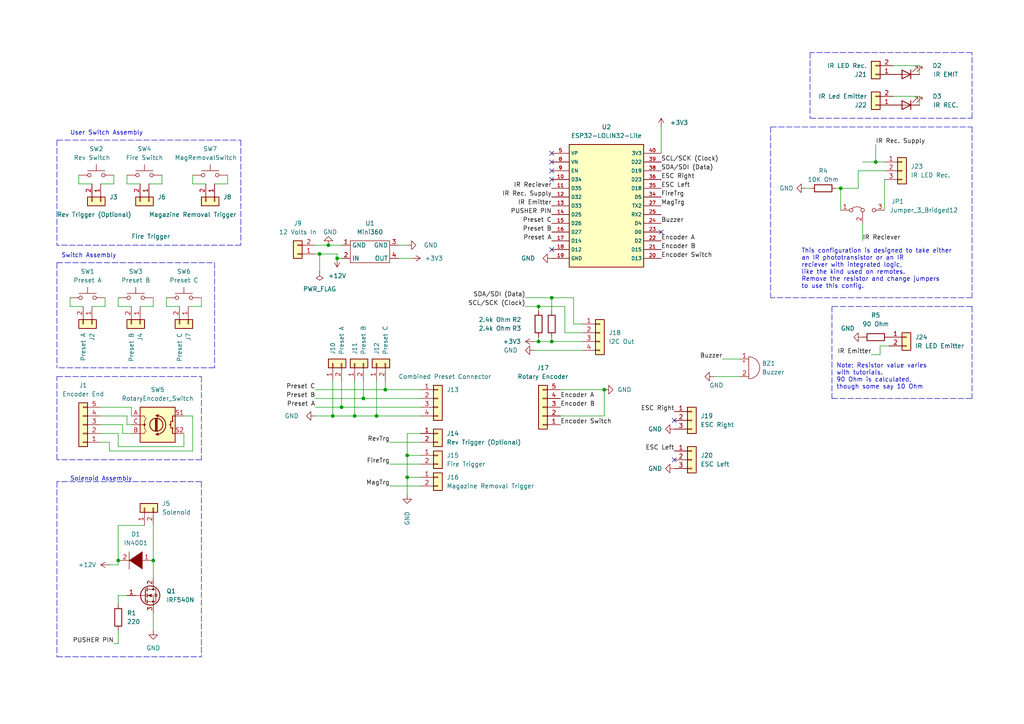
<source format=kicad_sch>
(kicad_sch (version 20211123) (generator eeschema)
  (paper "A4")
  (lib_symbols
    (symbol "Connector_Generic:Conn_01x02" (pin_names (offset 1.016) hide)
      (property "Reference" "J" (at 0 2.54 0))
      (property "Value" "Conn_01x02" (at 0 -5.08 0))
      (symbol "Conn_01x02_1_1"
        (rectangle (start -1.27 -2.413) (end 0 -2.667) (stroke (width 0.1524)))
        (rectangle (start -1.27 0.127) (end 0 -0.127) (stroke (width 0.1524)))
        (rectangle (start -1.27 1.27) (end 1.27 -3.81) (stroke (width 0.254)) (fill (type background)))
        (pin passive line (at -5.08 0 0) (length 3.81) (name "Pin_1") (number "1"))
        (pin passive line (at -5.08 -2.54 0) (length 3.81) (name "Pin_2") (number "2"))
      )
    )
    (symbol "Connector_Generic:Conn_01x03" (pin_names (offset 1.016) hide)
      (property "Reference" "J" (at 0 5.08 0))
      (property "Value" "Conn_01x03" (at 0 -5.08 0))
      (symbol "Conn_01x03_1_1"
        (rectangle (start -1.27 -2.413) (end 0 -2.667) (stroke (width 0.1524)))
        (rectangle (start -1.27 0.127) (end 0 -0.127) (stroke (width 0.1524)))
        (rectangle (start -1.27 2.667) (end 0 2.413) (stroke (width 0.1524)))
        (rectangle (start -1.27 3.81) (end 1.27 -3.81) (stroke (width 0.254)) (fill (type background)))
        (pin passive line (at -5.08 2.54 0) (length 3.81) (name "Pin_1") (number "1"))
        (pin passive line (at -5.08 0 0) (length 3.81) (name "Pin_2") (number "2"))
        (pin passive line (at -5.08 -2.54 0) (length 3.81) (name "Pin_3") (number "3"))
      )
    )
    (symbol "Connector_Generic:Conn_01x04" (pin_names (offset 1.016) hide)
      (property "Reference" "J" (at 0 5.08 0))
      (property "Value" "Conn_01x04" (at 0 -7.62 0))
      (symbol "Conn_01x04_1_1"
        (rectangle (start -1.27 -4.953) (end 0 -5.207) (stroke (width 0.1524)))
        (rectangle (start -1.27 -2.413) (end 0 -2.667) (stroke (width 0.1524)))
        (rectangle (start -1.27 0.127) (end 0 -0.127) (stroke (width 0.1524)))
        (rectangle (start -1.27 2.667) (end 0 2.413) (stroke (width 0.1524)))
        (rectangle (start -1.27 3.81) (end 1.27 -6.35) (stroke (width 0.254)) (fill (type background)))
        (pin passive line (at -5.08 2.54 0) (length 3.81) (name "Pin_1") (number "1"))
        (pin passive line (at -5.08 0 0) (length 3.81) (name "Pin_2") (number "2"))
        (pin passive line (at -5.08 -2.54 0) (length 3.81) (name "Pin_3") (number "3"))
        (pin passive line (at -5.08 -5.08 0) (length 3.81) (name "Pin_4") (number "4"))
      )
    )
    (symbol "Connector_Generic:Conn_01x05" (pin_names (offset 1.016) hide)
      (property "Reference" "J" (at 0 7.62 0))
      (property "Value" "Conn_01x05" (at 0 -7.62 0))
      (symbol "Conn_01x05_1_1"
        (rectangle (start -1.27 -4.953) (end 0 -5.207) (stroke (width 0.1524)))
        (rectangle (start -1.27 -2.413) (end 0 -2.667) (stroke (width 0.1524)))
        (rectangle (start -1.27 0.127) (end 0 -0.127) (stroke (width 0.1524)))
        (rectangle (start -1.27 2.667) (end 0 2.413) (stroke (width 0.1524)))
        (rectangle (start -1.27 5.207) (end 0 4.953) (stroke (width 0.1524)))
        (rectangle (start -1.27 6.35) (end 1.27 -6.35) (stroke (width 0.254)) (fill (type background)))
        (pin passive line (at -5.08 5.08 0) (length 3.81) (name "Pin_1") (number "1"))
        (pin passive line (at -5.08 2.54 0) (length 3.81) (name "Pin_2") (number "2"))
        (pin passive line (at -5.08 0 0) (length 3.81) (name "Pin_3") (number "3"))
        (pin passive line (at -5.08 -2.54 0) (length 3.81) (name "Pin_4") (number "4"))
        (pin passive line (at -5.08 -5.08 0) (length 3.81) (name "Pin_5") (number "5"))
      )
    )
    (symbol "Device:Buzzer" (pin_names (offset 0.0254) hide)
      (property "Reference" "BZ" (at 3.81 1.27 0))
      (property "Value" "Buzzer" (at 3.81 -1.27 0))
      (symbol "Buzzer_0_1"
        (arc (start 0 -3.175) (mid 3.175 0) (end 0 3.175))
        (polyline (pts (xy -1.651 1.905) (xy -1.143 1.905)))
        (polyline (pts (xy -1.397 2.159) (xy -1.397 1.651)))
        (polyline (pts (xy 0 3.175) (xy 0 -3.175)))
      )
      (symbol "Buzzer_1_1"
        (pin passive line (at -2.54 2.54 0) (length 2.54) (name "-") (number "1"))
        (pin passive line (at -2.54 -2.54 0) (length 2.54) (name "+") (number "2"))
      )
    )
    (symbol "Device:LED" (pin_numbers hide) (pin_names (offset 1.016) hide)
      (property "Reference" "D" (at 0 2.54 0))
      (property "Value" "LED" (at 0 -2.54 0))
      (symbol "LED_0_1"
        (polyline (pts (xy -1.27 -1.27) (xy -1.27 1.27)) (stroke (width 0.254)))
        (polyline (pts (xy -1.27 0) (xy 1.27 0)))
        (polyline (pts (xy 1.27 -1.27) (xy 1.27 1.27) (xy -1.27 0) (xy 1.27 -1.27)) (stroke (width 0.254)))
        (polyline (pts (xy -3.048 -0.762) (xy -4.572 -2.286) (xy -3.81 -2.286) (xy -4.572 -2.286) (xy -4.572 -1.524)))
        (polyline (pts (xy -1.778 -0.762) (xy -3.302 -2.286) (xy -2.54 -2.286) (xy -3.302 -2.286) (xy -3.302 -1.524)))
      )
      (symbol "LED_1_1"
        (pin passive line (at -3.81 0 0) (length 2.54) (name "K") (number "1"))
        (pin passive line (at 3.81 0 180) (length 2.54) (name "A") (number "2"))
      )
    )
    (symbol "Device:R" (pin_numbers hide) (pin_names (offset 0))
      (property "Reference" "R" (at 2.032 0 90))
      (property "Value" "R" (at 0 0 90))
      (symbol "R_0_1"
        (rectangle (start -1.016 -2.54) (end 1.016 2.54) (stroke (width 0.254)))
      )
      (symbol "R_1_1"
        (pin passive line (at 0 3.81 270) (length 1.27) (name "~") (number "1"))
        (pin passive line (at 0 -3.81 90) (length 1.27) (name "~") (number "2"))
      )
    )
    (symbol "Device:RotaryEncoder_Switch" (pin_names (offset 0.254) hide)
      (property "Reference" "SW" (at 0 6.604 0))
      (property "Value" "RotaryEncoder_Switch" (at 0 -6.604 0))
      (symbol "RotaryEncoder_Switch_0_1"
        (rectangle (start -5.08 5.08) (end 5.08 -5.08) (stroke (width 0.254)) (fill (type background)))
        (circle (center -3.81 0) (radius 0.254) (fill (type outline)))
        (arc (start -0.381 -2.794) (mid 2.3622 -0.0508) (end -0.381 2.667) (stroke (width 0.254)))
        (circle (center -0.381 0) (radius 1.905) (stroke (width 0.254)))
        (polyline (pts (xy -0.635 -1.778) (xy -0.635 1.778)) (stroke (width 0.254)))
        (polyline (pts (xy -0.381 -1.778) (xy -0.381 1.778)) (stroke (width 0.254)))
        (polyline (pts (xy -0.127 1.778) (xy -0.127 -1.778)) (stroke (width 0.254)))
        (polyline (pts (xy 3.81 0) (xy 3.429 0)) (stroke (width 0.254)))
        (polyline (pts (xy 3.81 1.016) (xy 3.81 -1.016)) (stroke (width 0.254)))
        (polyline (pts (xy -5.08 -2.54) (xy -3.81 -2.54) (xy -3.81 -2.032)))
        (polyline (pts (xy -5.08 2.54) (xy -3.81 2.54) (xy -3.81 2.032)))
        (polyline (pts (xy 0.254 -3.048) (xy -0.508 -2.794) (xy 0.127 -2.413)) (stroke (width 0.254)))
        (polyline (pts (xy 0.254 2.921) (xy -0.508 2.667) (xy 0.127 2.286)) (stroke (width 0.254)))
        (polyline (pts (xy 5.08 -2.54) (xy 4.318 -2.54) (xy 4.318 -1.016)) (stroke (width 0.254)))
        (polyline (pts (xy 5.08 2.54) (xy 4.318 2.54) (xy 4.318 1.016)) (stroke (width 0.254)))
        (polyline (pts (xy -5.08 0) (xy -3.81 0) (xy -3.81 -1.016) (xy -3.302 -2.032)))
        (polyline (pts (xy -4.318 0) (xy -3.81 0) (xy -3.81 1.016) (xy -3.302 2.032)))
        (circle (center 4.318 -1.016) (radius 0.127) (stroke (width 0.254)))
        (circle (center 4.318 1.016) (radius 0.127) (stroke (width 0.254)))
      )
      (symbol "RotaryEncoder_Switch_1_1"
        (pin passive line (at -7.62 2.54 0) (length 2.54) (name "A") (number "A"))
        (pin passive line (at -7.62 -2.54 0) (length 2.54) (name "B") (number "B"))
        (pin passive line (at -7.62 0 0) (length 2.54) (name "C") (number "C"))
        (pin passive line (at 7.62 2.54 180) (length 2.54) (name "S1") (number "S1"))
        (pin passive line (at 7.62 -2.54 180) (length 2.54) (name "S2") (number "S2"))
      )
    )
    (symbol "Espressif:ESP32-LOLIN32-Lite"
      (property "Reference" "U" (at -3.81 13.97 0))
      (property "Value" "ESP32-LOLIN32-Lite" (at 0 1.27 90))
      (symbol "ESP32-LOLIN32-Lite_0_1"
        (rectangle (start -11.43 19.05) (end 10.16 -16.51) (stroke (width 0.254)) (fill (type background)))
      )
      (symbol "ESP32-LOLIN32-Lite_1_1"
        (pin bidirectional line (at -16.51 8.89 0) (length 5.08) (name "D34") (number "10"))
        (pin bidirectional line (at -16.51 6.35 0) (length 5.08) (name "D35") (number "11"))
        (pin bidirectional line (at -16.51 3.81 0) (length 5.08) (name "D32") (number "12"))
        (pin bidirectional line (at -16.51 1.27 0) (length 5.08) (name "D33") (number "13"))
        (pin bidirectional line (at -16.51 -1.27 0) (length 5.08) (name "D25") (number "14"))
        (pin bidirectional line (at -16.51 -3.81 0) (length 5.08) (name "D26") (number "15"))
        (pin bidirectional line (at -16.51 -6.35 0) (length 5.08) (name "D27") (number "16"))
        (pin bidirectional line (at -16.51 -8.89 0) (length 5.08) (name "D14") (number "17"))
        (pin bidirectional line (at -16.51 -11.43 0) (length 5.08) (name "D12") (number "18"))
        (pin power_in line (at -16.51 -13.97 0) (length 5.08) (name "GND") (number "19"))
        (pin bidirectional line (at 15.24 -13.97 180) (length 5.08) (name "D13") (number "20"))
        (pin bidirectional line (at 15.24 -11.43 180) (length 5.08) (name "D15") (number "21"))
        (pin bidirectional line (at 15.24 -8.89 180) (length 5.08) (name "D2") (number "22"))
        (pin bidirectional line (at 15.24 -6.35 180) (length 5.08) (name "D0") (number "23"))
        (pin bidirectional line (at 15.24 -3.81 180) (length 5.08) (name "D4") (number "24"))
        (pin input line (at 15.24 -1.27 180) (length 5.08) (name "RX2") (number "25"))
        (pin output line (at 15.24 1.27 180) (length 5.08) (name "TX2") (number "27"))
        (pin bidirectional line (at 15.24 3.81 180) (length 5.08) (name "D5") (number "34"))
        (pin bidirectional line (at 15.24 6.35 180) (length 5.08) (name "D18") (number "35"))
        (pin bidirectional line (at 15.24 8.89 180) (length 5.08) (name "D23") (number "36"))
        (pin bidirectional line (at 15.24 11.43 180) (length 5.08) (name "D19") (number "38"))
        (pin bidirectional line (at 15.24 13.97 180) (length 5.08) (name "D22") (number "39"))
        (pin input line (at 15.24 16.51 180) (length 5.08) (name "3V3") (number "40"))
        (pin bidirectional line (at -16.51 16.51 0) (length 5.08) (name "VP") (number "5"))
        (pin bidirectional line (at -16.51 13.97 0) (length 5.08) (name "VN") (number "8"))
        (pin input line (at -16.51 11.43 0) (length 5.08) (name "EN") (number "9"))
      )
    )
    (symbol "Jumper:Jumper_3_Bridged12" (pin_names (offset 0) hide)
      (property "Reference" "JP" (at -2.54 -2.54 0))
      (property "Value" "Jumper_3_Bridged12" (at 0 2.794 0))
      (symbol "Jumper_3_Bridged12_0_0"
        (circle (center -3.302 0) (radius 0.508))
        (circle (center 0 0) (radius 0.508))
        (circle (center 3.302 0) (radius 0.508))
      )
      (symbol "Jumper_3_Bridged12_0_1"
        (arc (start -0.254 0.508) (mid -1.651 0.9912) (end -3.048 0.508))
        (polyline (pts (xy 0 -1.27) (xy 0 -0.508)))
      )
      (symbol "Jumper_3_Bridged12_1_1"
        (pin passive line (at -6.35 0 0) (length 2.54) (name "A") (number "1"))
        (pin passive line (at 0 -3.81 90) (length 2.54) (name "C") (number "2"))
        (pin passive line (at 6.35 0 180) (length 2.54) (name "B") (number "3"))
      )
    )
    (symbol "My_Library:Mini360"
      (property "Reference" "U" (at 2.54 7.62 0))
      (property "Value" "Mini360" (at 6.35 10.16 0))
      (symbol "Mini360_0_1"
        (rectangle (start 0 6.35) (end 11.43 0))
      )
      (symbol "Mini360_1_1"
        (pin power_in line (at -2.54 5.08 0) (length 2.54) (name "GND") (number "1"))
        (pin power_in line (at -2.54 1.27 0) (length 2.54) (name "IN") (number "2"))
        (pin power_out line (at 13.97 5.08 180) (length 2.54) (name "GND") (number "3"))
        (pin power_out line (at 13.97 1.27 180) (length 2.54) (name "OUT") (number "4"))
      )
    )
    (symbol "Switch:SW_Push" (pin_numbers hide) (pin_names (offset 1.016) hide)
      (property "Reference" "SW" (at 1.27 2.54 0))
      (property "Value" "SW_Push" (at 0 -1.524 0))
      (symbol "SW_Push_0_1"
        (circle (center -2.032 0) (radius 0.508))
        (polyline (pts (xy 0 1.27) (xy 0 3.048)))
        (polyline (pts (xy 2.54 1.27) (xy -2.54 1.27)))
        (circle (center 2.032 0) (radius 0.508))
        (pin passive line (at -5.08 0 0) (length 2.54) (name "1") (number "1"))
        (pin passive line (at 5.08 0 180) (length 2.54) (name "2") (number "2"))
      )
    )
    (symbol "Transistor_FET:IRF540N" (pin_names hide)
      (property "Reference" "Q" (at 6.35 1.905 0))
      (property "Value" "IRF540N" (at 6.35 0 0))
      (symbol "IRF540N_0_1"
        (polyline (pts (xy 0.254 0) (xy -2.54 0)))
        (polyline (pts (xy 0.254 1.905) (xy 0.254 -1.905)) (stroke (width 0.254)))
        (polyline (pts (xy 0.762 -1.27) (xy 0.762 -2.286)) (stroke (width 0.254)))
        (polyline (pts (xy 0.762 0.508) (xy 0.762 -0.508)) (stroke (width 0.254)))
        (polyline (pts (xy 0.762 2.286) (xy 0.762 1.27)) (stroke (width 0.254)))
        (polyline (pts (xy 2.54 2.54) (xy 2.54 1.778)))
        (polyline (pts (xy 2.54 -2.54) (xy 2.54 0) (xy 0.762 0)))
        (polyline (pts (xy 0.762 -1.778) (xy 3.302 -1.778) (xy 3.302 1.778) (xy 0.762 1.778)))
        (polyline (pts (xy 1.016 0) (xy 2.032 0.381) (xy 2.032 -0.381) (xy 1.016 0)) (fill (type outline)))
        (polyline (pts (xy 2.794 0.508) (xy 2.921 0.381) (xy 3.683 0.381) (xy 3.81 0.254)))
        (polyline (pts (xy 3.302 0.381) (xy 2.921 -0.254) (xy 3.683 -0.254) (xy 3.302 0.381)))
        (circle (center 1.651 0) (radius 2.794) (stroke (width 0.254)))
        (circle (center 2.54 -1.778) (radius 0.254) (fill (type outline)))
        (circle (center 2.54 1.778) (radius 0.254) (fill (type outline)))
      )
      (symbol "IRF540N_1_1"
        (pin input line (at -5.08 0 0) (length 2.54) (name "G") (number "1"))
        (pin passive line (at 2.54 5.08 270) (length 2.54) (name "D") (number "2"))
        (pin passive line (at 2.54 -5.08 90) (length 2.54) (name "S") (number "3"))
      )
    )
    (symbol "power:+12V" (power) (pin_names (offset 0))
      (property "Value" "+12V" (at 0 3.556 0))
      (symbol "+12V_0_1"
        (polyline (pts (xy -0.762 1.27) (xy 0 2.54)))
        (polyline (pts (xy 0 0) (xy 0 2.54)))
        (polyline (pts (xy 0 2.54) (xy 0.762 1.27)))
      )
      (symbol "+12V_1_1"
        (pin power_in line (at 0 0 90) (length 0) hide (name "+12V") (number "1"))
      )
    )
    (symbol "power:+3V3" (power) (pin_names (offset 0))
      (property "Value" "+3V3" (at 0 3.556 0))
      (symbol "+3V3_0_1"
        (polyline (pts (xy -0.762 1.27) (xy 0 2.54)))
        (polyline (pts (xy 0 0) (xy 0 2.54)))
        (polyline (pts (xy 0 2.54) (xy 0.762 1.27)))
      )
      (symbol "+3V3_1_1"
        (pin power_in line (at 0 0 90) (length 0) hide (name "+3V3") (number "1"))
      )
    )
    (symbol "power:GND" (power) (pin_names (offset 0))
      (property "Value" "GND" (at 0 -3.81 0))
      (symbol "GND_0_1"
        (polyline (pts (xy 0 0) (xy 0 -1.27) (xy 1.27 -1.27) (xy 0 -2.54) (xy -1.27 -1.27) (xy 0 -1.27)))
      )
      (symbol "GND_1_1"
        (pin power_in line (at 0 0 270) (length 0) hide (name "GND") (number "1"))
      )
    )
    (symbol "power:PWR_FLAG" (power) (pin_numbers hide) (pin_names (offset 0) hide)
      (property "Value" "PWR_FLAG" (at 0 3.81 0))
      (symbol "PWR_FLAG_0_0"
        (pin power_out line (at 0 0 90) (length 0) (name "pwr") (number "1"))
      )
      (symbol "PWR_FLAG_0_1"
        (polyline (pts (xy 0 0) (xy 0 1.27) (xy -1.016 1.905) (xy 0 2.54) (xy 1.016 1.905) (xy 0 1.27)))
      )
    )
    (symbol "pspice:DIODE" (pin_names (offset 1.016) hide)
      (property "Reference" "D" (at 0 3.81 0))
      (property "Value" "DIODE" (at 0 -4.445 0))
      (symbol "DIODE_0_1"
        (polyline (pts (xy 1.905 2.54) (xy 1.905 -2.54)))
        (polyline (pts (xy -1.905 2.54) (xy -1.905 -2.54) (xy 1.905 0)) (fill (type outline)))
      )
      (symbol "DIODE_1_1"
        (pin input line (at -5.08 0 0) (length 3.81) (name "K") (number "1"))
        (pin input line (at 5.08 0 180) (length 3.81) (name "A") (number "2"))
      )
    )
  )
  (junction (at 254 46.99))
  (junction (at 118.11 138.43))
  (junction (at 118.11 132.08))
  (junction (at 109.22 120.65))
  (junction (at 99.06 118.11))
  (junction (at 44.45 162.56))
  (junction (at 102.87 120.65))
  (junction (at 160.02 86.36))
  (junction (at 92.71 73.66))
  (junction (at 95.25 71.12))
  (junction (at 156.21 99.06))
  (junction (at 243.84 54.61))
  (junction (at 105.41 115.57))
  (junction (at 34.29 162.56))
  (junction (at 160.02 99.06))
  (junction (at 96.52 120.65))
  (junction (at 97.79 74.93))
  (junction (at 175.26 113.03))
  (junction (at 111.76 113.03))
  (junction (at 156.21 88.9))
  (no_connect (at 160.02 46.99))
  (no_connect (at 160.02 49.53))
  (no_connect (at 160.02 44.45))
  (no_connect (at 195.58 121.92))
  (no_connect (at 195.58 133.35))
  (no_connect (at 191.77 67.31))
  (no_connect (at 160.02 52.07))
  (no_connect (at 160.02 72.39))
  (wire (pts (xy 62.23 53.34) (xy 66.04 53.34)))
  (wire (pts (xy 36.83 50.8) (xy 36.83 53.34)))
  (wire (pts (xy 160.02 97.79) (xy 160.02 99.06)))
  (wire (pts (xy 44.45 162.56) (xy 44.45 167.64)))
  (wire (pts (xy 29.21 128.27) (xy 31.75 128.27)))
  (wire (pts (xy 31.75 130.81) (xy 55.88 130.81)))
  (wire (pts (xy 113.03 140.97) (xy 121.92 140.97)))
  (wire (pts (xy 29.21 123.19) (xy 35.56 123.19)))
  (wire (pts (xy 266.7 30.48) (xy 266.7 27.94)))
  (wire (pts (xy 34.29 182.88) (xy 34.29 186.69)))
  (polyline (pts (xy 281.94 86.36) (xy 223.52 86.36)))
  (wire (pts (xy 26.67 88.9) (xy 30.48 88.9)))
  (wire (pts (xy 105.41 115.57) (xy 121.92 115.57)))
  (wire (pts (xy 34.29 172.72) (xy 34.29 175.26)))
  (wire (pts (xy 29.21 53.34) (xy 33.02 53.34)))
  (polyline (pts (xy 281.94 88.9) (xy 281.94 115.57)))
  (wire (pts (xy 55.88 53.34) (xy 55.88 50.8)))
  (wire (pts (xy 31.75 128.27) (xy 31.75 130.81)))
  (wire (pts (xy 36.83 172.72) (xy 34.29 172.72)))
  (wire (pts (xy 111.76 110.49) (xy 111.76 113.03)))
  (polyline (pts (xy 16.51 190.5) (xy 58.42 190.5)))
  (wire (pts (xy 29.21 120.65) (xy 36.83 120.65)))
  (wire (pts (xy 35.56 125.73) (xy 38.1 125.73)))
  (wire (pts (xy 30.48 88.9) (xy 30.48 86.36)))
  (wire (pts (xy 152.4 88.9) (xy 156.21 88.9)))
  (wire (pts (xy 209.55 104.14) (xy 214.63 104.14)))
  (wire (pts (xy 191.77 36.83) (xy 191.77 44.45)))
  (polyline (pts (xy 69.85 40.64) (xy 69.85 71.12)))
  (wire (pts (xy 168.91 93.98) (xy 166.37 93.98)))
  (wire (pts (xy 95.25 71.12) (xy 99.06 71.12)))
  (polyline (pts (xy 234.95 34.29) (xy 281.94 34.29)))
  (wire (pts (xy 26.67 53.34) (xy 22.86 53.34)))
  (polyline (pts (xy 62.23 106.68) (xy 16.51 106.68)))
  (wire (pts (xy 97.79 73.66) (xy 97.79 74.93)))
  (wire (pts (xy 156.21 97.79) (xy 156.21 99.06)))
  (wire (pts (xy 252.73 102.87) (xy 255.27 102.87)))
  (wire (pts (xy 43.18 53.34) (xy 46.99 53.34)))
  (wire (pts (xy 243.84 54.61) (xy 248.92 54.61)))
  (wire (pts (xy 35.56 123.19) (xy 35.56 125.73)))
  (wire (pts (xy 91.44 71.12) (xy 95.25 71.12)))
  (wire (pts (xy 40.64 88.9) (xy 44.45 88.9)))
  (wire (pts (xy 38.1 120.65) (xy 38.1 118.11)))
  (wire (pts (xy 31.75 163.83) (xy 34.29 163.83)))
  (wire (pts (xy 52.07 88.9) (xy 48.26 88.9)))
  (wire (pts (xy 34.29 86.36) (xy 34.29 88.9)))
  (polyline (pts (xy 16.51 40.64) (xy 16.51 71.12)))
  (wire (pts (xy 254 41.91) (xy 254 46.99)))
  (wire (pts (xy 105.41 110.49) (xy 105.41 115.57)))
  (wire (pts (xy 91.44 113.03) (xy 111.76 113.03)))
  (wire (pts (xy 266.7 27.94) (xy 259.08 27.94)))
  (wire (pts (xy 118.11 138.43) (xy 118.11 143.51)))
  (wire (pts (xy 250.19 46.99) (xy 254 46.99)))
  (wire (pts (xy 55.88 130.81) (xy 55.88 120.65)))
  (wire (pts (xy 168.91 96.52) (xy 163.83 96.52)))
  (wire (pts (xy 255.27 100.33) (xy 257.81 100.33)))
  (wire (pts (xy 97.79 74.93) (xy 99.06 74.93)))
  (polyline (pts (xy 281.94 34.29) (xy 281.94 15.24)))
  (wire (pts (xy 58.42 88.9) (xy 58.42 86.36)))
  (wire (pts (xy 175.26 113.03) (xy 162.56 113.03)))
  (wire (pts (xy 96.52 110.49) (xy 96.52 120.65)))
  (wire (pts (xy 24.13 88.9) (xy 20.32 88.9)))
  (wire (pts (xy 118.11 132.08) (xy 121.92 132.08)))
  (wire (pts (xy 55.88 120.65) (xy 53.34 120.65)))
  (wire (pts (xy 118.11 125.73) (xy 118.11 132.08)))
  (wire (pts (xy 255.27 102.87) (xy 255.27 100.33)))
  (wire (pts (xy 91.44 120.65) (xy 96.52 120.65)))
  (polyline (pts (xy 281.94 88.9) (xy 241.3 88.9)))
  (polyline (pts (xy 58.42 133.35) (xy 16.51 133.35)))
  (wire (pts (xy 54.61 88.9) (xy 58.42 88.9)))
  (wire (pts (xy 91.44 115.57) (xy 105.41 115.57)))
  (wire (pts (xy 38.1 123.19) (xy 36.83 123.19)))
  (wire (pts (xy 256.54 60.96) (xy 256.54 52.07)))
  (wire (pts (xy 92.71 73.66) (xy 97.79 73.66)))
  (wire (pts (xy 160.02 99.06) (xy 168.91 99.06)))
  (wire (pts (xy 44.45 86.36) (xy 44.45 88.9)))
  (wire (pts (xy 102.87 120.65) (xy 109.22 120.65)))
  (wire (pts (xy 109.22 120.65) (xy 121.92 120.65)))
  (wire (pts (xy 118.11 138.43) (xy 121.92 138.43)))
  (wire (pts (xy 44.45 177.8) (xy 44.45 182.88)))
  (wire (pts (xy 59.69 53.34) (xy 55.88 53.34)))
  (wire (pts (xy 99.06 118.11) (xy 121.92 118.11)))
  (wire (pts (xy 44.45 152.4) (xy 44.45 162.56)))
  (wire (pts (xy 166.37 86.36) (xy 160.02 86.36)))
  (wire (pts (xy 152.4 86.36) (xy 160.02 86.36)))
  (wire (pts (xy 46.99 50.8) (xy 46.99 53.34)))
  (polyline (pts (xy 58.42 109.22) (xy 58.42 133.35)))
  (wire (pts (xy 156.21 88.9) (xy 156.21 90.17)))
  (wire (pts (xy 34.29 125.73) (xy 29.21 125.73)))
  (wire (pts (xy 34.29 186.69) (xy 33.02 186.69)))
  (polyline (pts (xy 16.51 76.2) (xy 16.51 106.68)))
  (polyline (pts (xy 16.51 139.7) (xy 16.51 190.5)))
  (wire (pts (xy 119.38 74.93) (xy 115.57 74.93)))
  (wire (pts (xy 160.02 86.36) (xy 160.02 90.17)))
  (wire (pts (xy 118.11 71.12) (xy 115.57 71.12)))
  (wire (pts (xy 175.26 120.65) (xy 162.56 120.65)))
  (wire (pts (xy 266.7 21.59) (xy 266.7 19.05)))
  (wire (pts (xy 29.21 118.11) (xy 38.1 118.11)))
  (polyline (pts (xy 223.52 36.83) (xy 281.94 36.83)))
  (wire (pts (xy 53.34 129.54) (xy 34.29 129.54)))
  (wire (pts (xy 233.68 54.61) (xy 234.95 54.61)))
  (wire (pts (xy 102.87 110.49) (xy 102.87 120.65)))
  (wire (pts (xy 34.29 162.56) (xy 34.29 163.83)))
  (wire (pts (xy 113.03 134.62) (xy 121.92 134.62)))
  (wire (pts (xy 33.02 53.34) (xy 33.02 50.8)))
  (wire (pts (xy 248.92 49.53) (xy 256.54 49.53)))
  (wire (pts (xy 91.44 73.66) (xy 92.71 73.66)))
  (wire (pts (xy 113.03 128.27) (xy 121.92 128.27)))
  (polyline (pts (xy 62.23 76.2) (xy 62.23 106.68)))
  (wire (pts (xy 243.84 54.61) (xy 243.84 60.96)))
  (wire (pts (xy 248.92 54.61) (xy 248.92 49.53)))
  (wire (pts (xy 156.21 99.06) (xy 160.02 99.06)))
  (wire (pts (xy 34.29 129.54) (xy 34.29 125.73)))
  (polyline (pts (xy 234.95 15.24) (xy 234.95 34.29)))
  (wire (pts (xy 91.44 118.11) (xy 99.06 118.11)))
  (wire (pts (xy 166.37 93.98) (xy 166.37 86.36)))
  (wire (pts (xy 48.26 88.9) (xy 48.26 86.36)))
  (polyline (pts (xy 223.52 36.83) (xy 223.52 86.36)))
  (polyline (pts (xy 281.94 36.83) (xy 281.94 86.36)))
  (polyline (pts (xy 281.94 15.24) (xy 234.95 15.24)))
  (wire (pts (xy 163.83 88.9) (xy 156.21 88.9)))
  (wire (pts (xy 118.11 132.08) (xy 118.11 138.43)))
  (wire (pts (xy 154.94 101.6) (xy 168.91 101.6)))
  (polyline (pts (xy 58.42 139.7) (xy 58.42 190.5)))
  (polyline (pts (xy 241.3 115.57) (xy 281.94 115.57)))
  (wire (pts (xy 34.29 152.4) (xy 41.91 152.4)))
  (wire (pts (xy 154.94 99.06) (xy 156.21 99.06)))
  (wire (pts (xy 121.92 125.73) (xy 118.11 125.73)))
  (wire (pts (xy 66.04 53.34) (xy 66.04 50.8)))
  (wire (pts (xy 40.64 53.34) (xy 36.83 53.34)))
  (wire (pts (xy 242.57 54.61) (xy 243.84 54.61)))
  (wire (pts (xy 175.26 113.03) (xy 175.26 120.65)))
  (polyline (pts (xy 69.85 71.12) (xy 16.51 71.12)))
  (wire (pts (xy 92.71 78.74) (xy 92.71 73.66)))
  (wire (pts (xy 96.52 120.65) (xy 102.87 120.65)))
  (polyline (pts (xy 58.42 139.7) (xy 16.51 139.7)))
  (wire (pts (xy 111.76 113.03) (xy 121.92 113.03)))
  (polyline (pts (xy 16.51 133.35) (xy 16.51 109.22)))
  (wire (pts (xy 38.1 88.9) (xy 34.29 88.9)))
  (wire (pts (xy 207.01 109.22) (xy 214.63 109.22)))
  (wire (pts (xy 20.32 88.9) (xy 20.32 86.36)))
  (wire (pts (xy 254 46.99) (xy 256.54 46.99)))
  (wire (pts (xy 34.29 152.4) (xy 34.29 162.56)))
  (wire (pts (xy 22.86 53.34) (xy 22.86 50.8)))
  (wire (pts (xy 36.83 123.19) (xy 36.83 120.65)))
  (polyline (pts (xy 16.51 76.2) (xy 62.23 76.2)))
  (wire (pts (xy 53.34 125.73) (xy 53.34 129.54)))
  (wire (pts (xy 163.83 96.52) (xy 163.83 88.9)))
  (polyline (pts (xy 16.51 40.64) (xy 69.85 40.64)))
  (wire (pts (xy 250.19 64.77) (xy 250.19 69.85)))
  (polyline (pts (xy 16.51 109.22) (xy 58.42 109.22)))
  (wire (pts (xy 266.7 19.05) (xy 259.08 19.05)))
  (wire (pts (xy 99.06 110.49) (xy 99.06 118.11)))
  (polyline (pts (xy 241.3 88.9) (xy 241.3 115.57)))
  (wire (pts (xy 109.22 110.49) (xy 109.22 120.65)))
  (text "Solenoid Assembly" (at 20.32 139.7 0) (effects (font (size 1.27 1.27)) (justify left bottom)))
  (text "User Switch Assembly\n" (at 20.32 39.37 0) (effects (font (size 1.27 1.27)) (justify left bottom)))
  (text "This configuration is designed to take either\nan IR phototransistor or an IR\nreciever with integrated logic,\nlike the kind used on remotes.\nRemove the resistor and change jumpers\nto use this config." (at 232.41 83.82 0) (effects (font (size 1.27 1.27)) (justify left bottom)))
  (text "Switch Assembly\n" (at 17.78 74.93 0) (effects (font (size 1.27 1.27)) (justify left bottom)))
  (text "Note: Resistor value varies\nwith tutorials.\n90 Ohm is calculated,\nthough some say 10 Ohm\n" (at 242.57 113.03 0) (effects (font (size 1.27 1.27)) (justify left bottom)))
  (label "IR Emitter" (at 252.73 102.87 180))
  (label "SCL{slash}SCK (Clock)" (at 191.77 46.99 0))
  (label "FireTrg" (at 113.03 134.62 180))
  (label "PUSHER PIN" (at 33.02 186.69 180))
  (label "Buzzer" (at 191.77 64.77 0))
  (label "Preset A" (at 160.02 69.85 180))
  (label "MagTrg" (at 113.03 140.97 180))
  (label "ESC Left" (at 191.77 54.61 0))
  (label "IR Emitter" (at 160.02 59.69 180))
  (label "Preset B" (at 91.44 115.57 180))
  (label "Preset C" (at 160.02 64.77 180))
  (label "SCL{slash}SCK (Clock)" (at 152.4 88.9 180))
  (label "Preset B" (at 160.02 67.31 180))
  (label "PUSHER PIN" (at 160.02 62.23 180))
  (label "FireTrg" (at 191.77 57.15 0))
  (label "Preset C" (at 91.44 113.03 180))
  (label "ESC Right" (at 195.58 119.38 180))
  (label "Encoder B" (at 162.56 118.11 0))
  (label "IR Reciever" (at 160.02 54.61 180))
  (label "IR Rec. Supply" (at 254 41.91 0))
  (label "SDA{slash}SDI (Data)" (at 152.4 86.36 180))
  (label "IR Rec. Supply" (at 160.02 57.15 180))
  (label "ESC Right" (at 191.77 52.07 0))
  (label "IR Reciever" (at 250.19 69.85 0))
  (label "Encoder B" (at 191.77 72.39 0))
  (label "Buzzer" (at 209.55 104.14 180))
  (label "Encoder A" (at 191.77 69.85 0))
  (label "Encoder A" (at 162.56 115.57 0))
  (label "ESC Left" (at 195.58 130.81 180))
  (label "RevTrg" (at 113.03 128.27 180))
  (label "Encoder Switch" (at 191.77 74.93 0))
  (label "Encoder Switch" (at 162.56 123.19 0))
  (label "MagTrg" (at 191.77 59.69 0))
  (label "Preset A" (at 91.44 118.11 180))
  (label "SDA{slash}SDI (Data)" (at 191.77 49.53 0))
  (symbol (lib_id "Connector_Generic:Conn_01x02") (at 127 138.43 0) (unit 1)
    (property "Reference" "J16" (at 129.54 138.4299 0) (effects (justify left)))
    (property "Value" "Magazine Removal Trigger" (at 129.54 140.9699 0) (effects (justify left)))
    (property "Footprint" "Connector_PinSocket_2.54mm:PinSocket_1x02_P2.54mm_Vertical" (effects hide))
  )
  (symbol (lib_id "Switch:SW_Push") (at 25.4 86.36 0) (unit 1)
    (property "Reference" "SW1" (at 25.4 78.74 0))
    (property "Value" "Preset A" (at 25.4 81.28 0))
  )
  (symbol (lib_id "power:+3V3") (at 191.77 36.83 0) (unit 1)
    (property "Reference" "#PWR013" (effects hide))
    (property "Value" "+3V3" (at 194.31 35.5599 0) (effects (justify left)))
  )
  (symbol (lib_id "power:GND") (at 44.45 182.88 0) (unit 1)
    (property "Reference" "#PWR02" (effects hide))
    (property "Value" "GND" (at 44.45 187.96 0))
  )
  (symbol (lib_id "My_Library:Mini360") (at 101.6 76.2 0) (unit 1)
    (property "Reference" "U1" (at 107.315 64.77 0))
    (property "Value" "Mini360" (at 107.315 67.31 0))
    (property "Footprint" "My_Library:Mini360" (effects hide))
  )
  (symbol (lib_id "power:GND") (at 195.58 124.46 270) (unit 1)
    (property "Reference" "#PWR014" (effects hide))
    (property "Value" "GND" (at 187.96 124.46 90) (effects (justify left)))
  )
  (symbol (lib_id "power:+12V") (at 31.75 163.83 90) (unit 1)
    (property "Reference" "#PWR01" (effects hide))
    (property "Value" "+12V" (at 27.94 163.8299 90) (effects (justify left)))
  )
  (symbol (lib_id "Connector_Generic:Conn_01x02") (at 262.89 97.79 0) (unit 1)
    (property "Reference" "J24" (at 265.43 97.7899 0) (effects (justify left)))
    (property "Value" "IR LED Emitter" (at 265.43 100.3299 0) (effects (justify left)))
    (property "Footprint" "Connector_PinSocket_2.54mm:PinSocket_1x02_P2.54mm_Vertical" (effects hide))
  )
  (symbol (lib_id "power:PWR_FLAG") (at 92.71 78.74 180) (unit 1)
    (property "Reference" "#FLG01" (effects hide))
    (property "Value" "PWR_FLAG" (at 92.71 83.82 0))
  )
  (symbol (lib_id "Connector_Generic:Conn_01x02") (at 254 21.59 180) (unit 1)
    (property "Reference" "J21" (at 251.46 21.5901 0) (effects (justify left)))
    (property "Value" "IR LED Rec." (at 251.46 19.0501 0) (effects (justify left)))
    (property "Footprint" "Connector_PinSocket_2.54mm:PinSocket_1x02_P2.54mm_Vertical" (effects hide))
  )
  (symbol (lib_id "power:GND") (at 95.25 71.12 180) (unit 1)
    (property "Reference" "#PWR04" (effects hide))
    (property "Value" "GND" (at 97.79 67.31 0) (effects (justify left)))
  )
  (symbol (lib_id "Switch:SW_Push") (at 53.34 86.36 0) (unit 1)
    (property "Reference" "SW6" (at 53.34 78.74 0))
    (property "Value" "Preset C" (at 53.34 81.28 0))
  )
  (symbol (lib_id "power:GND") (at 195.58 135.89 270) (unit 1)
    (property "Reference" "#PWR015" (effects hide))
    (property "Value" "GND" (at 187.96 135.89 90) (effects (justify left)))
  )
  (symbol (lib_id "Switch:SW_Push") (at 41.91 50.8 0) (unit 1)
    (property "Reference" "SW4" (at 41.91 43.18 0))
    (property "Value" "Fire Switch" (at 41.91 45.72 0))
  )
  (symbol (lib_id "Device:R") (at 34.29 179.07 180) (unit 1)
    (property "Reference" "R1" (at 36.83 177.7999 0) (effects (justify right)))
    (property "Value" "220" (at 36.83 180.3399 0) (effects (justify right)))
    (property "Footprint" "Resistor_THT:R_Axial_DIN0207_L6.3mm_D2.5mm_P7.62mm_Horizontal" (effects hide))
  )
  (symbol (lib_id "Connector_Generic:Conn_01x02") (at 127 132.08 0) (unit 1)
    (property "Reference" "J15" (at 129.54 132.0799 0) (effects (justify left)))
    (property "Value" "Fire Trigger" (at 129.54 134.6199 0) (effects (justify left)))
    (property "Footprint" "Connector_PinSocket_2.54mm:PinSocket_1x02_P2.54mm_Vertical" (effects hide))
  )
  (symbol (lib_id "power:+12V") (at 97.79 74.93 180) (unit 1)
    (property "Reference" "#PWR05" (effects hide))
    (property "Value" "+12V" (at 97.79 80.01 0))
  )
  (symbol (lib_id "Connector_Generic:Conn_01x02") (at 109.22 105.41 90) (unit 1)
    (property "Reference" "J12" (at 109.2199 102.87 0) (effects (justify left)))
    (property "Value" "Preset C" (at 111.7599 102.87 0) (effects (justify left)))
    (property "Footprint" "Connector_PinSocket_2.54mm:PinSocket_1x02_P2.54mm_Vertical" (effects hide))
  )
  (symbol (lib_id "Switch:SW_Push") (at 39.37 86.36 0) (unit 1)
    (property "Reference" "SW3" (at 39.37 78.74 0))
    (property "Value" "Preset B" (at 39.37 81.28 0))
  )
  (symbol (lib_id "Connector_Generic:Conn_01x05") (at 157.48 118.11 180) (unit 1)
    (property "Reference" "J17" (at 157.48 106.68 0))
    (property "Value" "Rotary Encoder" (at 157.48 109.22 0))
    (property "Footprint" "Connector_PinSocket_2.54mm:PinSocket_1x05_P2.54mm_Vertical" (effects hide))
  )
  (symbol (lib_id "Connector_Generic:Conn_01x03") (at 200.66 121.92 0) (unit 1)
    (property "Reference" "J19" (at 203.2 120.6499 0) (effects (justify left)))
    (property "Value" "ESC Right" (at 203.2 123.1899 0) (effects (justify left)))
    (property "Footprint" "Connector_PinHeader_2.54mm:PinHeader_1x03_P2.54mm_Vertical" (effects hide))
  )
  (symbol (lib_id "Connector_Generic:Conn_01x02") (at 29.21 58.42 270) (unit 1)
    (property "Reference" "J3" (at 31.75 57.1499 90) (effects (justify left)))
    (property "Value" "Rev Trigger (Optional)" (at 16.51 62.23 90) (effects (justify left)))
    (property "Footprint" "Connector_PinSocket_2.54mm:PinSocket_1x02_P2.54mm_Vertical" (effects hide))
  )
  (symbol (lib_id "Connector_Generic:Conn_01x02") (at 254 30.48 180) (unit 1)
    (property "Reference" "J22" (at 251.46 30.4801 0) (effects (justify left)))
    (property "Value" "IR Led Emitter" (at 251.46 27.94 0) (effects (justify left)))
    (property "Footprint" "Connector_PinSocket_2.54mm:PinSocket_1x02_P2.54mm_Vertical" (effects hide))
  )
  (symbol (lib_id "power:GND") (at 207.01 109.22 270) (unit 1)
    (property "Reference" "#PWR016" (effects hide))
    (property "Value" "GND" (at 205.74 111.76 90) (effects (justify left)))
  )
  (symbol (lib_id "power:GND") (at 91.44 120.65 270) (unit 1)
    (property "Reference" "#PWR03" (effects hide))
    (property "Value" "GND" (at 82.55 120.65 90) (effects (justify left)))
  )
  (symbol (lib_id "power:GND") (at 175.26 113.03 90) (unit 1)
    (property "Reference" "#PWR012" (effects hide))
    (property "Value" "GND" (at 179.07 113.0299 90) (effects (justify right)))
  )
  (symbol (lib_id "Connector_Generic:Conn_01x02") (at 102.87 105.41 90) (unit 1)
    (property "Reference" "J11" (at 102.8699 102.87 0) (effects (justify left)))
    (property "Value" "Preset B" (at 105.4099 102.87 0) (effects (justify left)))
    (property "Footprint" "Connector_PinSocket_2.54mm:PinSocket_1x02_P2.54mm_Vertical" (effects hide))
  )
  (symbol (lib_id "Device:R") (at 238.76 54.61 90) (unit 1)
    (property "Reference" "R4" (at 238.76 49.53 90))
    (property "Value" "10K Ohm" (at 238.76 52.07 90))
    (property "Footprint" "Resistor_THT:R_Axial_DIN0207_L6.3mm_D2.5mm_P7.62mm_Horizontal" (effects hide))
  )
  (symbol (lib_id "power:GND") (at 118.11 143.51 0) (unit 1)
    (property "Reference" "#PWR07" (effects hide))
    (property "Value" "GND" (at 118.11 152.4 90) (effects (justify left)))
  )
  (symbol (lib_id "Connector_Generic:Conn_01x04") (at 173.99 96.52 0) (unit 1)
    (property "Reference" "J18" (at 176.53 96.5199 0) (effects (justify left)))
    (property "Value" "I2C Out" (at 176.53 99.0599 0) (effects (justify left)))
    (property "Footprint" "Connector_PinSocket_2.54mm:PinSocket_1x04_P2.54mm_Vertical" (effects hide))
  )
  (symbol (lib_id "Device:R") (at 254 97.79 90) (unit 1)
    (property "Reference" "R5" (at 254 91.44 90))
    (property "Value" "90 Ohm" (at 254 93.98 90))
    (property "Footprint" "Resistor_THT:R_Axial_DIN0207_L6.3mm_D2.5mm_P7.62mm_Horizontal" (effects hide))
  )
  (symbol (lib_id "power:GND") (at 118.11 71.12 90) (unit 1)
    (property "Reference" "#PWR06" (effects hide))
    (property "Value" "GND" (at 127 71.12 90) (effects (justify left)))
  )
  (symbol (lib_id "Device:R") (at 160.02 93.98 180) (unit 1)
    (property "Reference" "R3" (at 149.86 95.25 0))
    (property "Value" "2.4k Ohm" (at 143.51 95.25 0))
    (property "Footprint" "Resistor_THT:R_Axial_DIN0207_L6.3mm_D2.5mm_P7.62mm_Horizontal" (effects hide))
  )
  (symbol (lib_id "Transistor_FET:IRF540N") (at 41.91 172.72 0) (unit 1)
    (property "Reference" "Q1" (at 48.26 171.4499 0) (effects (justify left)))
    (property "Value" "IRF540N" (at 48.26 173.9899 0) (effects (justify left)))
    (property "Footprint" "Package_TO_SOT_THT:TO-220-3_Vertical" (effects hide))
    (property "Datasheet" "http://www.irf.com/product-info/datasheets/data/irf540n.pdf" (effects hide))
  )
  (symbol (lib_id "Connector_Generic:Conn_01x02") (at 41.91 147.32 90) (unit 1)
    (property "Reference" "J5" (at 46.99 146.0499 90) (effects (justify right)))
    (property "Value" "Solenoid" (at 46.99 148.5899 90) (effects (justify right)))
    (property "Footprint" "Connector_PinHeader_2.54mm:PinHeader_1x02_P2.54mm_Vertical" (effects hide))
  )
  (symbol (lib_id "power:GND") (at 154.94 101.6 270) (unit 1)
    (property "Reference" "#PWR010" (effects hide))
    (property "Value" "GND" (at 146.05 101.6 90) (effects (justify left)))
  )
  (symbol (lib_id "Connector_Generic:Conn_01x05") (at 24.13 123.19 180) (unit 1)
    (property "Reference" "J1" (at 24.13 111.76 0))
    (property "Value" "Encoder End" (at 24.13 114.3 0))
    (property "Footprint" "Connector_PinSocket_2.54mm:PinSocket_1x05_P2.54mm_Vertical" (effects hide))
  )
  (symbol (lib_id "power:+3V3") (at 119.38 74.93 270) (unit 1)
    (property "Reference" "#PWR08" (effects hide))
    (property "Value" "+3V3" (at 123.19 74.9299 90) (effects (justify left)))
  )
  (symbol (lib_id "Connector_Generic:Conn_01x02") (at 86.36 73.66 180) (unit 1)
    (property "Reference" "J9" (at 86.36 64.77 0))
    (property "Value" "12 Volts In" (at 86.36 67.31 0))
    (property "Footprint" "Connector_PinSocket_2.54mm:PinSocket_1x02_P2.54mm_Vertical" (effects hide))
  )
  (symbol (lib_id "Connector_Generic:Conn_01x04") (at 127 115.57 0) (unit 1)
    (property "Reference" "J13" (at 129.54 113.03 0) (effects (justify left)))
    (property "Value" "Combined Preset Connector" (at 115.57 109.22 0) (effects (justify left)))
    (property "Footprint" "Connector_PinSocket_2.54mm:PinSocket_1x04_P2.54mm_Vertical" (effects hide))
  )
  (symbol (lib_id "Device:R") (at 156.21 93.98 180) (unit 1)
    (property "Reference" "R2" (at 149.86 92.71 0))
    (property "Value" "2.4k Ohm" (at 143.51 92.71 0))
    (property "Footprint" "Resistor_THT:R_Axial_DIN0207_L6.3mm_D2.5mm_P7.62mm_Horizontal" (effects hide))
  )
  (symbol (lib_id "pspice:DIODE") (at 39.37 162.56 180) (unit 1)
    (property "Reference" "D1" (at 39.37 154.94 0))
    (property "Value" "IN4001" (at 39.37 157.48 0))
    (property "Footprint" "Diode_THT:D_DO-41_SOD81_P7.62mm_Horizontal" (effects hide))
  )
  (symbol (lib_id "Switch:SW_Push") (at 27.94 50.8 0) (unit 1)
    (property "Reference" "SW2" (at 27.94 43.18 0))
    (property "Value" "Rev Switch" (at 26.67 45.72 0))
  )
  (symbol (lib_id "Device:LED") (at 262.89 21.59 180) (unit 1)
    (property "Reference" "D2" (at 271.78 19.05 0))
    (property "Value" "IR EMIT" (at 274.32 21.59 0))
  )
  (symbol (lib_id "Switch:SW_Push") (at 60.96 50.8 0) (unit 1)
    (property "Reference" "SW7" (at 60.96 43.18 0))
    (property "Value" "MagRemovalSwitch" (at 59.69 45.72 0))
  )
  (symbol (lib_id "Connector_Generic:Conn_01x02") (at 54.61 93.98 270) (unit 1)
    (property "Reference" "J7" (at 54.6101 96.52 0) (effects (justify left)))
    (property "Value" "Preset C" (at 52.0701 96.52 0) (effects (justify left)))
    (property "Footprint" "Connector_PinSocket_2.54mm:PinSocket_1x02_P2.54mm_Vertical" (effects hide))
  )
  (symbol (lib_id "Jumper:Jumper_3_Bridged12") (at 250.19 60.96 0) (unit 1)
    (property "Reference" "JP1" (at 260.35 58.42 0))
    (property "Value" "Jumper_3_Bridged12" (at 267.97 60.96 0))
    (property "Footprint" "Jumper:SolderJumper-3_P1.3mm_Open_Pad1.0x1.5mm" (effects hide))
  )
  (symbol (lib_id "power:GND") (at 233.68 54.61 270) (unit 1)
    (property "Reference" "#PWR017" (effects hide))
    (property "Value" "GND" (at 226.06 54.61 90) (effects (justify left)))
  )
  (symbol (lib_id "Connector_Generic:Conn_01x02") (at 127 125.73 0) (unit 1)
    (property "Reference" "J14" (at 129.54 125.7299 0) (effects (justify left)))
    (property "Value" "Rev Trigger (Optional)" (at 129.54 128.2699 0) (effects (justify left)))
    (property "Footprint" "Connector_PinSocket_2.54mm:PinSocket_1x02_P2.54mm_Vertical" (effects hide))
  )
  (symbol (lib_id "Connector_Generic:Conn_01x02") (at 26.67 93.98 270) (unit 1)
    (property "Reference" "J2" (at 26.6701 96.52 0) (effects (justify left)))
    (property "Value" "Preset A" (at 24.1301 96.52 0) (effects (justify left)))
    (property "Footprint" "Connector_PinSocket_2.54mm:PinSocket_1x02_P2.54mm_Vertical" (effects hide))
  )
  (symbol (lib_id "Device:RotaryEncoder_Switch") (at 45.72 123.19 0) (unit 1)
    (property "Reference" "SW5" (at 45.72 113.03 0))
    (property "Value" "RotaryEncoder_Switch" (at 45.72 115.57 0))
  )
  (symbol (lib_id "Connector_Generic:Conn_01x02") (at 43.18 58.42 270) (unit 1)
    (property "Reference" "J6" (at 45.72 57.1499 90) (effects (justify left)))
    (property "Value" "Fire Trigger" (at 38.1 68.58 90) (effects (justify left)))
    (property "Footprint" "Connector_PinSocket_2.54mm:PinSocket_1x02_P2.54mm_Vertical" (effects hide))
  )
  (symbol (lib_id "Connector_Generic:Conn_01x03") (at 200.66 133.35 0) (unit 1)
    (property "Reference" "J20" (at 203.2 132.0799 0) (effects (justify left)))
    (property "Value" "ESC Left" (at 203.2 134.6199 0) (effects (justify left)))
    (property "Footprint" "Connector_PinHeader_2.54mm:PinHeader_1x03_P2.54mm_Vertical" (effects hide))
  )
  (symbol (lib_id "Connector_Generic:Conn_01x02") (at 96.52 105.41 90) (unit 1)
    (property "Reference" "J10" (at 96.5199 102.87 0) (effects (justify left)))
    (property "Value" "Preset A" (at 99.0599 102.87 0) (effects (justify left)))
    (property "Footprint" "Connector_PinSocket_2.54mm:PinSocket_1x02_P2.54mm_Vertical" (effects hide))
  )
  (symbol (lib_id "power:+3V3") (at 154.94 99.06 90) (unit 1)
    (property "Reference" "#PWR09" (effects hide))
    (property "Value" "+3V3" (at 151.13 99.0599 90) (effects (justify left)))
  )
  (symbol (lib_id "power:GND") (at 250.19 97.79 270) (unit 1)
    (property "Reference" "#PWR018" (effects hide))
    (property "Value" "GND" (at 243.84 95.25 90) (effects (justify left)))
  )
  (symbol (lib_id "Espressif:ESP32-LOLIN32-Lite") (at 176.53 60.96 0) (unit 1)
    (property "Reference" "U2" (at 175.895 36.83 0))
    (property "Value" "ESP32-LOLIN32-Lite" (at 175.895 39.37 0))
    (property "Footprint" "Espressif:ESP32-LOLIN32-Lite" (effects hide))
  )
  (symbol (lib_id "Connector_Generic:Conn_01x02") (at 40.64 93.98 270) (unit 1)
    (property "Reference" "J4" (at 40.6401 96.52 0) (effects (justify left)))
    (property "Value" "Preset B" (at 38.1001 96.52 0) (effects (justify left)))
    (property "Footprint" "Connector_PinSocket_2.54mm:PinSocket_1x02_P2.54mm_Vertical" (effects hide))
  )
  (symbol (lib_id "Device:Buzzer") (at 217.17 106.68 0) (unit 1)
    (property "Reference" "BZ1" (at 220.98 105.4099 0) (effects (justify left)))
    (property "Value" "Buzzer" (at 220.98 107.9499 0) (effects (justify left)))
    (property "Footprint" "Buzzer_Beeper:Buzzer_12x9.5RM7.6" (effects hide))
  )
  (symbol (lib_id "Device:LED") (at 262.89 30.48 180) (unit 1)
    (property "Reference" "D3" (at 271.78 27.94 0))
    (property "Value" "IR REC." (at 274.32 30.48 0))
  )
  (symbol (lib_id "Connector_Generic:Conn_01x03") (at 261.62 49.53 0) (unit 1)
    (property "Reference" "J23" (at 264.16 48.2599 0) (effects (justify left)))
    (property "Value" "IR LED Rec." (at 264.16 50.7999 0) (effects (justify left)))
    (property "Footprint" "Connector_PinHeader_2.54mm:PinHeader_1x03_P2.54mm_Vertical" (effects hide))
  )
  (symbol (lib_id "Connector_Generic:Conn_01x02") (at 62.23 58.42 270) (unit 1)
    (property "Reference" "J8" (at 64.77 57.1499 90) (effects (justify left)))
    (property "Value" "Magazine Removal Trigger" (at 43.18 62.23 90) (effects (justify left)))
    (property "Footprint" "Connector_PinSocket_2.54mm:PinSocket_1x02_P2.54mm_Vertical" (effects hide))
  )
  (symbol (lib_id "power:GND") (at 160.02 74.93 270) (unit 1)
    (property "Reference" "#PWR011" (effects hide))
    (property "Value" "GND" (at 151.13 74.93 90) (effects (justify left)))
  )
)
</source>
